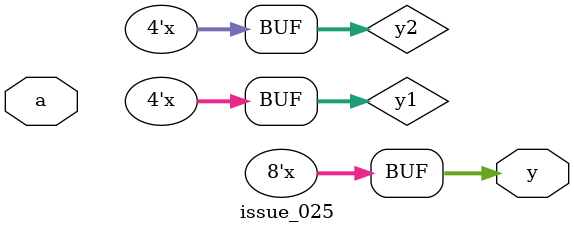
<source format=v>
module issue_025(a, y);
  input [1:0] a;
  output [7:0] y;

  wire [3:0] y1;
  wire [3:0] y2;

  // icarus verilog (git 5a06602) returns 4'bxx00 instead of 4'bxxxx for the first expression.
  assign y1 = 4'bxx00 + 2'b00;
  assign y2 = 4'bxx00 + a;
  assign y = { y1, y2 };
endmodule

</source>
